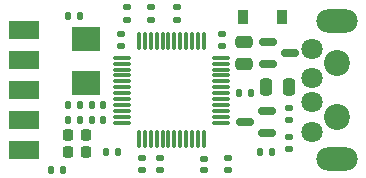
<source format=gbr>
G04 #@! TF.GenerationSoftware,KiCad,Pcbnew,6.0.11+dfsg-1*
G04 #@! TF.CreationDate,2023-04-16T09:36:05+08:00*
G04 #@! TF.ProjectId,stlink,73746c69-6e6b-42e6-9b69-6361645f7063,g*
G04 #@! TF.SameCoordinates,PX5c07920PY68e7780*
G04 #@! TF.FileFunction,Soldermask,Top*
G04 #@! TF.FilePolarity,Negative*
%FSLAX46Y46*%
G04 Gerber Fmt 4.6, Leading zero omitted, Abs format (unit mm)*
G04 Created by KiCad (PCBNEW 6.0.11+dfsg-1) date 2023-04-16 09:36:05*
%MOMM*%
%LPD*%
G01*
G04 APERTURE LIST*
G04 Aperture macros list*
%AMRoundRect*
0 Rectangle with rounded corners*
0 $1 Rounding radius*
0 $2 $3 $4 $5 $6 $7 $8 $9 X,Y pos of 4 corners*
0 Add a 4 corners polygon primitive as box body*
4,1,4,$2,$3,$4,$5,$6,$7,$8,$9,$2,$3,0*
0 Add four circle primitives for the rounded corners*
1,1,$1+$1,$2,$3*
1,1,$1+$1,$4,$5*
1,1,$1+$1,$6,$7*
1,1,$1+$1,$8,$9*
0 Add four rect primitives between the rounded corners*
20,1,$1+$1,$2,$3,$4,$5,0*
20,1,$1+$1,$4,$5,$6,$7,0*
20,1,$1+$1,$6,$7,$8,$9,0*
20,1,$1+$1,$8,$9,$2,$3,0*%
G04 Aperture macros list end*
%ADD10RoundRect,0.150000X-0.587500X-0.150000X0.587500X-0.150000X0.587500X0.150000X-0.587500X0.150000X0*%
%ADD11RoundRect,0.250000X0.250000X0.475000X-0.250000X0.475000X-0.250000X-0.475000X0.250000X-0.475000X0*%
%ADD12RoundRect,0.250000X0.475000X-0.250000X0.475000X0.250000X-0.475000X0.250000X-0.475000X-0.250000X0*%
%ADD13RoundRect,0.135000X0.135000X0.185000X-0.135000X0.185000X-0.135000X-0.185000X0.135000X-0.185000X0*%
%ADD14RoundRect,0.140000X0.170000X-0.140000X0.170000X0.140000X-0.170000X0.140000X-0.170000X-0.140000X0*%
%ADD15RoundRect,0.140000X-0.170000X0.140000X-0.170000X-0.140000X0.170000X-0.140000X0.170000X0.140000X0*%
%ADD16RoundRect,0.140000X0.140000X0.170000X-0.140000X0.170000X-0.140000X-0.170000X0.140000X-0.170000X0*%
%ADD17RoundRect,0.140000X-0.140000X-0.170000X0.140000X-0.170000X0.140000X0.170000X-0.140000X0.170000X0*%
%ADD18RoundRect,0.218750X-0.218750X-0.256250X0.218750X-0.256250X0.218750X0.256250X-0.218750X0.256250X0*%
%ADD19RoundRect,0.135000X-0.135000X-0.185000X0.135000X-0.185000X0.135000X0.185000X-0.135000X0.185000X0*%
%ADD20R,0.900000X1.200000*%
%ADD21RoundRect,0.075000X-0.662500X-0.075000X0.662500X-0.075000X0.662500X0.075000X-0.662500X0.075000X0*%
%ADD22RoundRect,0.075000X-0.075000X-0.662500X0.075000X-0.662500X0.075000X0.662500X-0.075000X0.662500X0*%
%ADD23C,1.800000*%
%ADD24O,3.500000X2.000000*%
%ADD25C,2.200000*%
%ADD26RoundRect,0.135000X-0.185000X0.135000X-0.185000X-0.135000X0.185000X-0.135000X0.185000X0.135000X0*%
%ADD27RoundRect,0.135000X0.185000X-0.135000X0.185000X0.135000X-0.185000X0.135000X-0.185000X-0.135000X0*%
%ADD28RoundRect,0.150000X0.587500X0.150000X-0.587500X0.150000X-0.587500X-0.150000X0.587500X-0.150000X0*%
%ADD29R,2.400000X2.000000*%
%ADD30R,2.540000X1.524000*%
G04 APERTURE END LIST*
D10*
G04 #@! TO.C,U1*
X34642500Y24082000D03*
X34642500Y22182000D03*
X36517500Y23132000D03*
G04 #@! TD*
D11*
G04 #@! TO.C,C4*
X36450000Y20250000D03*
X34550000Y20250000D03*
G04 #@! TD*
D12*
G04 #@! TO.C,C5*
X32650000Y22182000D03*
X32650000Y24082000D03*
G04 #@! TD*
D13*
G04 #@! TO.C,R3*
X33260000Y19800000D03*
X32240000Y19800000D03*
G04 #@! TD*
D14*
G04 #@! TO.C,C6*
X22250000Y23770000D03*
X22250000Y24730000D03*
G04 #@! TD*
G04 #@! TO.C,C7*
X30750000Y23770000D03*
X30750000Y24730000D03*
G04 #@! TD*
D15*
G04 #@! TO.C,C8*
X29230000Y14214000D03*
X29230000Y13254000D03*
G04 #@! TD*
D16*
G04 #@! TO.C,C9*
X20730000Y17500000D03*
X19770000Y17500000D03*
G04 #@! TD*
G04 #@! TO.C,C2*
X18730000Y26250000D03*
X17770000Y26250000D03*
G04 #@! TD*
D17*
G04 #@! TO.C,C3*
X17770000Y18750000D03*
X18730000Y18750000D03*
G04 #@! TD*
D18*
G04 #@! TO.C,D2*
X17712500Y14750000D03*
X19287500Y14750000D03*
G04 #@! TD*
G04 #@! TO.C,D3*
X17712500Y16250000D03*
X19287500Y16250000D03*
G04 #@! TD*
D19*
G04 #@! TO.C,R12*
X20990000Y14750000D03*
X22010000Y14750000D03*
G04 #@! TD*
D20*
G04 #@! TO.C,D1*
X32600000Y26180000D03*
X35900000Y26180000D03*
G04 #@! TD*
D21*
G04 #@! TO.C,U2*
X22337500Y22750000D03*
X22337500Y22250000D03*
X22337500Y21750000D03*
X22337500Y21250000D03*
X22337500Y20750000D03*
X22337500Y20250000D03*
X22337500Y19750000D03*
X22337500Y19250000D03*
X22337500Y18750000D03*
X22337500Y18250000D03*
X22337500Y17750000D03*
X22337500Y17250000D03*
D22*
X23750000Y15837500D03*
X24250000Y15837500D03*
X24750000Y15837500D03*
X25250000Y15837500D03*
X25750000Y15837500D03*
X26250000Y15837500D03*
X26750000Y15837500D03*
X27250000Y15837500D03*
X27750000Y15837500D03*
X28250000Y15837500D03*
X28750000Y15837500D03*
X29250000Y15837500D03*
D21*
X30662500Y17250000D03*
X30662500Y17750000D03*
X30662500Y18250000D03*
X30662500Y18750000D03*
X30662500Y19250000D03*
X30662500Y19750000D03*
X30662500Y20250000D03*
X30662500Y20750000D03*
X30662500Y21250000D03*
X30662500Y21750000D03*
X30662500Y22250000D03*
X30662500Y22750000D03*
D22*
X29250000Y24162500D03*
X28750000Y24162500D03*
X28250000Y24162500D03*
X27750000Y24162500D03*
X27250000Y24162500D03*
X26750000Y24162500D03*
X26250000Y24162500D03*
X25750000Y24162500D03*
X25250000Y24162500D03*
X24750000Y24162500D03*
X24250000Y24162500D03*
X23750000Y24162500D03*
G04 #@! TD*
D23*
G04 #@! TO.C,J1*
X38400000Y23500000D03*
X38400000Y21000000D03*
X38400000Y19000000D03*
X38400000Y16500000D03*
D24*
X40500000Y14150000D03*
X40500000Y25850000D03*
D25*
X40500000Y17700000D03*
X40500000Y22300000D03*
G04 #@! TD*
D16*
G04 #@! TO.C,C1*
X20730000Y18750000D03*
X19770000Y18750000D03*
G04 #@! TD*
D13*
G04 #@! TO.C,R1*
X18760000Y17500000D03*
X17740000Y17500000D03*
G04 #@! TD*
D26*
G04 #@! TO.C,R2*
X27000000Y27010000D03*
X27000000Y25990000D03*
G04 #@! TD*
D27*
G04 #@! TO.C,R9*
X31262000Y13224000D03*
X31262000Y14244000D03*
G04 #@! TD*
D28*
G04 #@! TO.C,Q1*
X34612500Y16340000D03*
X34612500Y18240000D03*
X32737500Y17290000D03*
G04 #@! TD*
D27*
G04 #@! TO.C,R4*
X36500000Y17490000D03*
X36500000Y18510000D03*
G04 #@! TD*
G04 #@! TO.C,R5*
X36500000Y14990000D03*
X36500000Y16010000D03*
G04 #@! TD*
D26*
G04 #@! TO.C,R7*
X24750000Y27010000D03*
X24750000Y25990000D03*
G04 #@! TD*
G04 #@! TO.C,R8*
X22750000Y27010000D03*
X22750000Y25990000D03*
G04 #@! TD*
G04 #@! TO.C,R10*
X25500000Y14260000D03*
X25500000Y13240000D03*
G04 #@! TD*
D19*
G04 #@! TO.C,R6*
X33990000Y14750000D03*
X35010000Y14750000D03*
G04 #@! TD*
D29*
G04 #@! TO.C,Y1*
X19250000Y24350000D03*
X19250000Y20650000D03*
G04 #@! TD*
D13*
G04 #@! TO.C,R13*
X17310000Y13250000D03*
X16290000Y13250000D03*
G04 #@! TD*
D27*
G04 #@! TO.C,R11*
X24000000Y13240000D03*
X24000000Y14260000D03*
G04 #@! TD*
D30*
G04 #@! TO.C,J2*
X14000000Y25080000D03*
X14000000Y22540000D03*
X14000000Y20000000D03*
X14000000Y17460000D03*
X14000000Y14920000D03*
G04 #@! TD*
M02*

</source>
